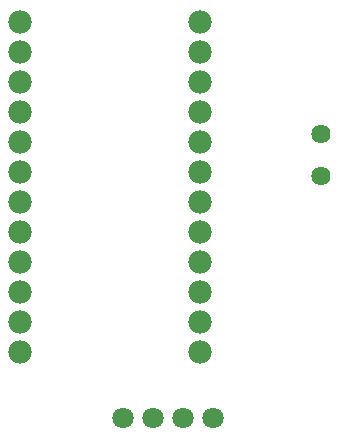
<source format=gbs>
G04 Layer: BottomSolderMaskLayer*
G04 EasyEDA Pro v2.2.45.4, 2025-12-29 16:20:18*
G04 Gerber Generator version 0.3*
G04 Scale: 100 percent, Rotated: No, Reflected: No*
G04 Dimensions in millimeters*
G04 Leading zeros omitted, absolute positions, 4 integers and 5 decimals*
G04 Generated by one-click*
%FSLAX45Y45*%
%MOMM*%
%ADD10C,1.6256*%
%ADD11C,1.8016*%
%ADD12C,1.9812*%
%ADD13C,0.8421*%
G75*


G04 Pad Start*
G54D10*
G01X-228600Y-1689100D03*
G01X-228600Y-2044700D03*
G54D11*
G01X-1905000Y-4089400D03*
G01X-1651000Y-4089400D03*
G01X-1397000Y-4089400D03*
G01X-1143000Y-4089400D03*
G54D12*
G01X-2781300Y-736600D03*
G01X-2781300Y-990600D03*
G01X-2781300Y-1244600D03*
G01X-2781300Y-1498600D03*
G01X-2781300Y-1752600D03*
G01X-2781300Y-2006600D03*
G01X-2781300Y-2260600D03*
G01X-2781300Y-2514600D03*
G01X-2781300Y-2768600D03*
G01X-2781300Y-3022600D03*
G01X-2781300Y-3276600D03*
G01X-2781300Y-3530600D03*
G01X-1257300Y-3530600D03*
G01X-1257300Y-3276600D03*
G01X-1257300Y-3022600D03*
G01X-1257300Y-2768600D03*
G01X-1257300Y-2514600D03*
G01X-1257300Y-2260600D03*
G01X-1257300Y-2006600D03*
G01X-1257300Y-1752600D03*
G01X-1257300Y-1498600D03*
G01X-1257300Y-1244600D03*
G01X-1257300Y-990600D03*
G01X-1257300Y-736600D03*
G04 Pad End*

M02*


</source>
